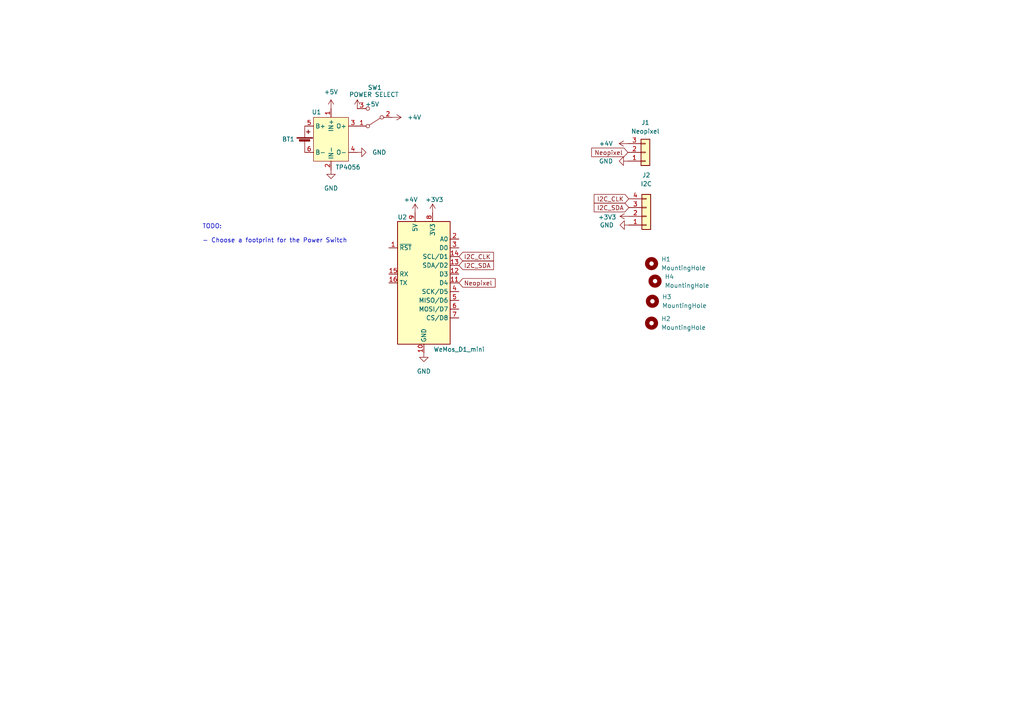
<source format=kicad_sch>
(kicad_sch (version 20211123) (generator eeschema)
  (paper "A4")
  (lib_symbols
    (symbol "Connector_Generic:Conn_01x03" (pin_names (offset 1.016) hide)
      (property "Reference" "J" (at 0 5.08 0))
      (property "Value" "Conn_01x03" (at 0 -5.08 0))
      (symbol "Conn_01x03_1_1"
        (rectangle (start -1.27 -2.413) (end 0 -2.667) (stroke (width 0.1524)))
        (rectangle (start -1.27 0.127) (end 0 -0.127) (stroke (width 0.1524)))
        (rectangle (start -1.27 2.667) (end 0 2.413) (stroke (width 0.1524)))
        (rectangle (start -1.27 3.81) (end 1.27 -3.81) (stroke (width 0.254)) (fill (type background)))
        (pin passive line (at -5.08 2.54 0) (length 3.81) (name "Pin_1") (number "1"))
        (pin passive line (at -5.08 0 0) (length 3.81) (name "Pin_2") (number "2"))
        (pin passive line (at -5.08 -2.54 0) (length 3.81) (name "Pin_3") (number "3"))
      )
    )
    (symbol "Connector_Generic:Conn_01x04" (pin_names (offset 1.016) hide)
      (property "Reference" "J" (at 0 5.08 0))
      (property "Value" "Conn_01x04" (at 0 -7.62 0))
      (symbol "Conn_01x04_1_1"
        (rectangle (start -1.27 -4.953) (end 0 -5.207) (stroke (width 0.1524)))
        (rectangle (start -1.27 -2.413) (end 0 -2.667) (stroke (width 0.1524)))
        (rectangle (start -1.27 0.127) (end 0 -0.127) (stroke (width 0.1524)))
        (rectangle (start -1.27 2.667) (end 0 2.413) (stroke (width 0.1524)))
        (rectangle (start -1.27 3.81) (end 1.27 -6.35) (stroke (width 0.254)) (fill (type background)))
        (pin passive line (at -5.08 2.54 0) (length 3.81) (name "Pin_1") (number "1"))
        (pin passive line (at -5.08 0 0) (length 3.81) (name "Pin_2") (number "2"))
        (pin passive line (at -5.08 -2.54 0) (length 3.81) (name "Pin_3") (number "3"))
        (pin passive line (at -5.08 -5.08 0) (length 3.81) (name "Pin_4") (number "4"))
      )
    )
    (symbol "Device:Battery_Cell" (pin_numbers hide) (pin_names (offset 0) hide)
      (property "Reference" "BT" (at 2.54 2.54 0))
      (property "Value" "Battery_Cell" (at 2.54 0 0))
      (symbol "Battery_Cell_0_1"
        (rectangle (start -2.286 1.778) (end 2.286 1.524) (fill (type outline)))
        (rectangle (start -1.5748 1.1938) (end 1.4732 0.6858) (fill (type outline)))
        (polyline (pts (xy 0 0.762) (xy 0 0)))
        (polyline (pts (xy 0 1.778) (xy 0 2.54)))
        (polyline (pts (xy 0.508 3.429) (xy 1.524 3.429)) (stroke (width 0.254)))
        (polyline (pts (xy 1.016 3.937) (xy 1.016 2.921)) (stroke (width 0.254)))
      )
      (symbol "Battery_Cell_1_1"
        (pin passive line (at 0 5.08 270) (length 2.54) (name "+") (number "1"))
        (pin passive line (at 0 -2.54 90) (length 2.54) (name "-") (number "2"))
      )
    )
    (symbol "MCU_Module:WeMos_D1_mini"
      (property "Reference" "U" (at 3.81 19.05 0))
      (property "Value" "WeMos_D1_mini" (at 1.27 -19.05 0))
      (symbol "WeMos_D1_mini_1_1"
        (rectangle (start -7.62 17.78) (end 7.62 -17.78) (stroke (width 0.254)) (fill (type background)))
        (pin input line (at -10.16 10.16 0) (length 2.54) (name "~{RST}") (number "1"))
        (pin power_in line (at 0 -20.32 90) (length 2.54) (name "GND") (number "10"))
        (pin bidirectional line (at 10.16 0 180) (length 2.54) (name "D4") (number "11"))
        (pin bidirectional line (at 10.16 2.54 180) (length 2.54) (name "D3") (number "12"))
        (pin bidirectional line (at 10.16 5.08 180) (length 2.54) (name "SDA/D2") (number "13"))
        (pin bidirectional line (at 10.16 7.62 180) (length 2.54) (name "SCL/D1") (number "14"))
        (pin input line (at -10.16 2.54 0) (length 2.54) (name "RX") (number "15"))
        (pin output line (at -10.16 0 0) (length 2.54) (name "TX") (number "16"))
        (pin input line (at 10.16 12.7 180) (length 2.54) (name "A0") (number "2"))
        (pin bidirectional line (at 10.16 10.16 180) (length 2.54) (name "D0") (number "3"))
        (pin bidirectional line (at 10.16 -2.54 180) (length 2.54) (name "SCK/D5") (number "4"))
        (pin bidirectional line (at 10.16 -5.08 180) (length 2.54) (name "MISO/D6") (number "5"))
        (pin bidirectional line (at 10.16 -7.62 180) (length 2.54) (name "MOSI/D7") (number "6"))
        (pin bidirectional line (at 10.16 -10.16 180) (length 2.54) (name "CS/D8") (number "7"))
        (pin power_out line (at 2.54 20.32 270) (length 2.54) (name "3V3") (number "8"))
        (pin power_in line (at -2.54 20.32 270) (length 2.54) (name "5V") (number "9"))
      )
    )
    (symbol "Mechanical:MountingHole" (pin_names (offset 1.016))
      (property "Reference" "H" (at 0 5.08 0))
      (property "Value" "MountingHole" (at 0 3.175 0))
      (symbol "MountingHole_0_1"
        (circle (center 0 0) (radius 1.27) (stroke (width 1.27)))
      )
    )
    (symbol "Switch:SW_SPDT" (pin_names (offset 0) hide)
      (property "Reference" "SW" (at 0 4.318 0))
      (property "Value" "SW_SPDT" (at 0 -5.08 0))
      (symbol "SW_SPDT_0_0"
        (circle (center -2.032 0) (radius 0.508))
        (circle (center 2.032 -2.54) (radius 0.508))
      )
      (symbol "SW_SPDT_0_1"
        (polyline (pts (xy -1.524 0.254) (xy 1.651 2.286)))
        (circle (center 2.032 2.54) (radius 0.508))
      )
      (symbol "SW_SPDT_1_1"
        (pin passive line (at 5.08 2.54 180) (length 2.54) (name "A") (number "1"))
        (pin passive line (at -5.08 0 0) (length 2.54) (name "B") (number "2"))
        (pin passive line (at 5.08 -2.54 180) (length 2.54) (name "C") (number "3"))
      )
    )
    (symbol "TP4056:TP4056"
      (property "Reference" "U" (at -5.715 7.62 0))
      (property "Value" "TP4056" (at 3.81 -7.62 0))
      (symbol "TP4056_0_1"
        (rectangle (start -5.08 6.35) (end 5.08 -6.35) (fill (type background)))
      )
      (symbol "TP4056_1_1"
        (pin power_in line (at 0 8.89 270) (length 2.54) (name "IN+") (number "1"))
        (pin power_in line (at 0 -8.89 90) (length 2.54) (name "IN-") (number "2"))
        (pin power_out line (at 7.62 3.81 180) (length 2.54) (name "O+") (number "3"))
        (pin power_out line (at 7.62 -3.81 180) (length 2.54) (name "O-") (number "4"))
        (pin power_in line (at -7.62 3.81 0) (length 2.54) (name "B+") (number "5"))
        (pin power_in line (at -7.62 -3.81 0) (length 2.54) (name "B-") (number "6"))
      )
    )
    (symbol "power:+3V3" (power) (pin_names (offset 0))
      (property "Value" "+3V3" (at 0 3.556 0))
      (symbol "+3V3_0_1"
        (polyline (pts (xy -0.762 1.27) (xy 0 2.54)))
        (polyline (pts (xy 0 0) (xy 0 2.54)))
        (polyline (pts (xy 0 2.54) (xy 0.762 1.27)))
      )
      (symbol "+3V3_1_1"
        (pin power_in line (at 0 0 90) (length 0) hide (name "+3V3") (number "1"))
      )
    )
    (symbol "power:+4V" (power) (pin_names (offset 0))
      (property "Value" "+4V" (at 0 3.556 0))
      (symbol "+4V_0_1"
        (polyline (pts (xy -0.762 1.27) (xy 0 2.54)))
        (polyline (pts (xy 0 0) (xy 0 2.54)))
        (polyline (pts (xy 0 2.54) (xy 0.762 1.27)))
      )
      (symbol "+4V_1_1"
        (pin power_in line (at 0 0 90) (length 0) hide (name "+4V") (number "1"))
      )
    )
    (symbol "power:+5V" (power) (pin_names (offset 0))
      (property "Value" "+5V" (at 0 3.556 0))
      (symbol "+5V_0_1"
        (polyline (pts (xy -0.762 1.27) (xy 0 2.54)))
        (polyline (pts (xy 0 0) (xy 0 2.54)))
        (polyline (pts (xy 0 2.54) (xy 0.762 1.27)))
      )
      (symbol "+5V_1_1"
        (pin power_in line (at 0 0 90) (length 0) hide (name "+5V") (number "1"))
      )
    )
    (symbol "power:GND" (power) (pin_names (offset 0))
      (property "Value" "GND" (at 0 -3.81 0))
      (symbol "GND_0_1"
        (polyline (pts (xy 0 0) (xy 0 -1.27) (xy 1.27 -1.27) (xy 0 -2.54) (xy -1.27 -1.27) (xy 0 -1.27)))
      )
      (symbol "GND_1_1"
        (pin power_in line (at 0 0 270) (length 0) hide (name "GND") (number "1"))
      )
    )
  )
  (text "TODO:\n\n- Choose a footprint for the Power Switch" (at 58.674 70.612 0) (effects (font (size 1.27 1.27)) (justify left bottom)))
  (global_label "I2C_SDA" (shape input) (at 182.372 60.198 180) (property "Intersheet References" "${INTERSHEET_REFS}" (effects hide)))
  (global_label "I2C_CLK" (shape input) (at 182.372 57.658 180) (property "Intersheet References" "${INTERSHEET_REFS}" (effects hide)))
  (global_label "I2C_SDA" (shape input) (at 133.096 76.962 0) (property "Intersheet References" "${INTERSHEET_REFS}" (effects hide)))
  (global_label "I2C_CLK" (shape input) (at 133.096 74.422 0) (property "Intersheet References" "${INTERSHEET_REFS}" (effects hide)))
  (global_label "Neopixel" (shape input) (at 182.118 44.196 180) (property "Intersheet References" "${INTERSHEET_REFS}" (effects hide)))
  (global_label "Neopixel" (shape input) (at 133.096 82.042 0) (property "Intersheet References" "${INTERSHEET_REFS}" (effects hide)))
  (symbol (lib_id "Mechanical:MountingHole") (at 188.976 93.726 0) (unit 1)
    (property "Reference" "H2" (at 191.77 92.4559 0) (effects (justify left)))
    (property "Value" "MountingHole" (at 191.77 94.9959 0) (effects (justify left)))
    (property "Footprint" "MountingHole:MountingHole_3.2mm_M3" (effects hide))
  )
  (symbol (lib_id "TP4056:TP4056") (at 96.012 40.386 0) (unit 1)
    (property "Reference" "U1" (at 90.424 32.512 0) (effects (justify left)))
    (property "Value" "TP4056" (at 97.282 48.514 0) (effects (justify left)))
    (property "Footprint" "TP4056:TP4056" (effects hide))
  )
  (symbol (lib_id "power:GND") (at 182.372 65.278 270) (mirror x) (unit 1)
    (property "Reference" "#PWR0104" (effects hide))
    (property "Value" "GND" (at 178.054 65.2779 90) (effects (justify right)))
  )
  (symbol (lib_id "power:GND") (at 122.936 102.362 0) (unit 1)
    (property "Reference" "#PWR0107" (effects hide))
    (property "Value" "GND" (at 122.936 107.696 0))
  )
  (symbol (lib_id "power:GND") (at 182.118 46.736 270) (mirror x) (unit 1)
    (property "Reference" "#PWR0102" (effects hide))
    (property "Value" "GND" (at 177.8 46.7359 90) (effects (justify right)))
  )
  (symbol (lib_id "MCU_Module:WeMos_D1_mini") (at 122.936 82.042 0) (unit 1)
    (property "Reference" "U2" (at 115.316 62.992 0) (effects (justify left)))
    (property "Value" "WeMos_D1_mini" (at 125.73 101.346 0) (effects (justify left)))
    (property "Footprint" "Module:WEMOS_D1_mini_light" (effects hide))
    (property "Datasheet" "https://wiki.wemos.cc/products:d1:d1_mini#documentation" (effects hide))
  )
  (symbol (lib_id "power:+5V") (at 103.632 31.496 0) (unit 1)
    (property "Reference" "#PWR0111" (effects hide))
    (property "Value" "+5V" (at 105.918 30.2259 0) (effects (justify left)))
  )
  (symbol (lib_id "Connector_Generic:Conn_01x03") (at 187.198 44.196 0) (mirror x) (unit 1)
    (property "Reference" "J1" (at 187.198 35.56 0))
    (property "Value" "Neopixel" (at 187.198 38.1 0))
    (property "Footprint" "Connector_PinHeader_2.54mm:PinHeader_1x03_P2.54mm_Vertical" (effects hide))
  )
  (symbol (lib_id "Mechanical:MountingHole") (at 188.976 76.454 0) (unit 1)
    (property "Reference" "H1" (at 191.77 75.1839 0) (effects (justify left)))
    (property "Value" "MountingHole" (at 191.77 77.7239 0) (effects (justify left)))
    (property "Footprint" "MountingHole:MountingHole_3.2mm_M3" (effects hide))
  )
  (symbol (lib_id "Mechanical:MountingHole") (at 189.23 87.376 0) (unit 1)
    (property "Reference" "H3" (at 192.024 86.1059 0) (effects (justify left)))
    (property "Value" "MountingHole" (at 192.024 88.6459 0) (effects (justify left)))
    (property "Footprint" "MountingHole:MountingHole_3.2mm_M3" (effects hide))
  )
  (symbol (lib_id "Mechanical:MountingHole") (at 189.992 81.534 0) (unit 1)
    (property "Reference" "H4" (at 192.786 80.2639 0) (effects (justify left)))
    (property "Value" "MountingHole" (at 192.786 82.8039 0) (effects (justify left)))
    (property "Footprint" "MountingHole:MountingHole_3.2mm_M3" (effects hide))
  )
  (symbol (lib_id "power:GND") (at 96.012 49.276 0) (unit 1)
    (property "Reference" "#PWR0105" (effects hide))
    (property "Value" "GND" (at 96.012 54.61 0))
  )
  (symbol (lib_id "Connector_Generic:Conn_01x04") (at 187.452 62.738 0) (mirror x) (unit 1)
    (property "Reference" "J2" (at 187.452 50.8 0))
    (property "Value" "I2C" (at 187.452 53.34 0))
    (property "Footprint" "Connector_PinHeader_2.54mm:PinHeader_1x04_P2.54mm_Vertical" (effects hide))
  )
  (symbol (lib_id "power:+4V") (at 113.792 34.036 270) (unit 1)
    (property "Reference" "#PWR0112" (effects hide))
    (property "Value" "+4V" (at 118.11 34.0359 90) (effects (justify left)))
  )
  (symbol (lib_id "power:+3V3") (at 182.372 62.738 90) (unit 1)
    (property "Reference" "#PWR0103" (effects hide))
    (property "Value" "+3V3" (at 173.482 62.992 90) (effects (justify right)))
  )
  (symbol (lib_id "power:+3V3") (at 125.476 61.722 0) (unit 1)
    (property "Reference" "#PWR0109" (effects hide))
    (property "Value" "+3V3" (at 125.984 57.912 0))
  )
  (symbol (lib_id "Switch:SW_SPDT") (at 108.712 34.036 180) (unit 1)
    (property "Reference" "SW1" (at 108.712 25.4 0))
    (property "Value" "POWER SELECT" (at 108.458 27.432 0))
    (property "Footprint" "Button_Switch_THT:SW_CuK_JS202011CQN_DPDT_Straight" (effects hide))
  )
  (symbol (lib_id "Device:Battery_Cell") (at 88.392 41.656 0) (unit 1)
    (property "Reference" "BT1" (at 81.788 40.386 0) (effects (justify left)))
    (property "Value" "Battery_Cell" (effects hide))
    (property "Footprint" "Connector_JST:JST_EH_S2B-EH_1x02_P2.50mm_Horizontal" (effects hide))
  )
  (symbol (lib_id "power:+5V") (at 96.012 31.496 0) (unit 1)
    (property "Reference" "#PWR0106" (effects hide))
    (property "Value" "+5V" (at 96.012 26.67 0))
  )
  (symbol (lib_id "power:+4V") (at 120.396 61.722 0) (unit 1)
    (property "Reference" "#PWR0108" (effects hide))
    (property "Value" "+4V" (at 117.094 57.912 0) (effects (justify left)))
  )
  (symbol (lib_id "power:+4V") (at 182.118 41.656 90) (mirror x) (unit 1)
    (property "Reference" "#PWR0101" (effects hide))
    (property "Value" "+4V" (at 177.8 41.6559 90) (effects (justify left)))
  )
  (symbol (lib_id "power:GND") (at 103.632 44.196 90) (unit 1)
    (property "Reference" "#PWR0110" (effects hide))
    (property "Value" "GND" (at 107.95 44.1959 90) (effects (justify right)))
  )
)
</source>
